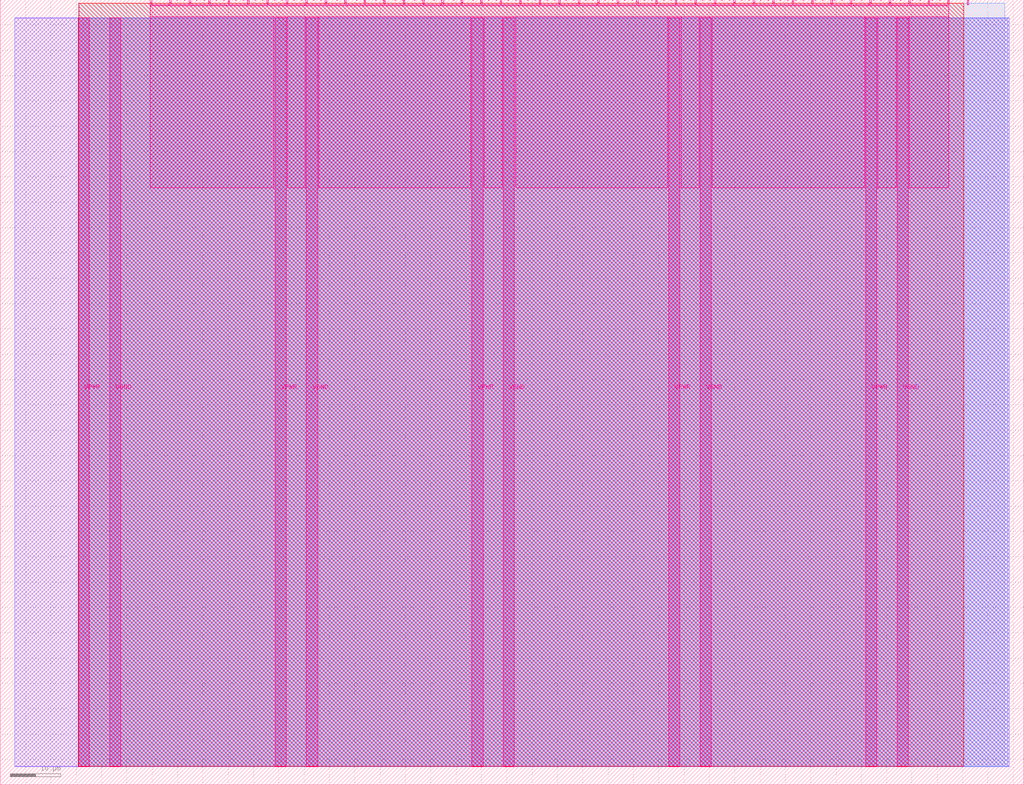
<source format=lef>
VERSION 5.7 ;
  NOWIREEXTENSIONATPIN ON ;
  DIVIDERCHAR "/" ;
  BUSBITCHARS "[]" ;
MACRO tt_um_lfsr_stevej
  CLASS BLOCK ;
  FOREIGN tt_um_lfsr_stevej ;
  ORIGIN 0.000 0.000 ;
  SIZE 202.080 BY 154.980 ;
  PIN VGND
    DIRECTION INOUT ;
    USE GROUND ;
    PORT
      LAYER Metal5 ;
        RECT 21.580 3.560 23.780 151.420 ;
    END
    PORT
      LAYER Metal5 ;
        RECT 60.450 3.560 62.650 151.420 ;
    END
    PORT
      LAYER Metal5 ;
        RECT 99.320 3.560 101.520 151.420 ;
    END
    PORT
      LAYER Metal5 ;
        RECT 138.190 3.560 140.390 151.420 ;
    END
    PORT
      LAYER Metal5 ;
        RECT 177.060 3.560 179.260 151.420 ;
    END
  END VGND
  PIN VPWR
    DIRECTION INOUT ;
    USE POWER ;
    PORT
      LAYER Metal5 ;
        RECT 15.380 3.560 17.580 151.420 ;
    END
    PORT
      LAYER Metal5 ;
        RECT 54.250 3.560 56.450 151.420 ;
    END
    PORT
      LAYER Metal5 ;
        RECT 93.120 3.560 95.320 151.420 ;
    END
    PORT
      LAYER Metal5 ;
        RECT 131.990 3.560 134.190 151.420 ;
    END
    PORT
      LAYER Metal5 ;
        RECT 170.860 3.560 173.060 151.420 ;
    END
  END VPWR
  PIN clk
    DIRECTION INPUT ;
    USE SIGNAL ;
    ANTENNAGATEAREA 0.213200 ;
    PORT
      LAYER Metal5 ;
        RECT 187.050 153.980 187.350 154.980 ;
    END
  END clk
  PIN ena
    DIRECTION INPUT ;
    USE SIGNAL ;
    PORT
      LAYER Metal5 ;
        RECT 190.890 153.980 191.190 154.980 ;
    END
  END ena
  PIN rst_n
    DIRECTION INPUT ;
    USE SIGNAL ;
    ANTENNAGATEAREA 0.180700 ;
    PORT
      LAYER Metal5 ;
        RECT 183.210 153.980 183.510 154.980 ;
    END
  END rst_n
  PIN ui_in[0]
    DIRECTION INPUT ;
    USE SIGNAL ;
    ANTENNAGATEAREA 0.180700 ;
    PORT
      LAYER Metal5 ;
        RECT 179.370 153.980 179.670 154.980 ;
    END
  END ui_in[0]
  PIN ui_in[1]
    DIRECTION INPUT ;
    USE SIGNAL ;
    ANTENNAGATEAREA 0.180700 ;
    PORT
      LAYER Metal5 ;
        RECT 175.530 153.980 175.830 154.980 ;
    END
  END ui_in[1]
  PIN ui_in[2]
    DIRECTION INPUT ;
    USE SIGNAL ;
    ANTENNAGATEAREA 0.180700 ;
    PORT
      LAYER Metal5 ;
        RECT 171.690 153.980 171.990 154.980 ;
    END
  END ui_in[2]
  PIN ui_in[3]
    DIRECTION INPUT ;
    USE SIGNAL ;
    ANTENNAGATEAREA 0.180700 ;
    PORT
      LAYER Metal5 ;
        RECT 167.850 153.980 168.150 154.980 ;
    END
  END ui_in[3]
  PIN ui_in[4]
    DIRECTION INPUT ;
    USE SIGNAL ;
    ANTENNAGATEAREA 0.180700 ;
    PORT
      LAYER Metal5 ;
        RECT 164.010 153.980 164.310 154.980 ;
    END
  END ui_in[4]
  PIN ui_in[5]
    DIRECTION INPUT ;
    USE SIGNAL ;
    ANTENNAGATEAREA 0.180700 ;
    PORT
      LAYER Metal5 ;
        RECT 160.170 153.980 160.470 154.980 ;
    END
  END ui_in[5]
  PIN ui_in[6]
    DIRECTION INPUT ;
    USE SIGNAL ;
    ANTENNAGATEAREA 0.180700 ;
    PORT
      LAYER Metal5 ;
        RECT 156.330 153.980 156.630 154.980 ;
    END
  END ui_in[6]
  PIN ui_in[7]
    DIRECTION INPUT ;
    USE SIGNAL ;
    ANTENNAGATEAREA 0.180700 ;
    PORT
      LAYER Metal5 ;
        RECT 152.490 153.980 152.790 154.980 ;
    END
  END ui_in[7]
  PIN uio_in[0]
    DIRECTION INPUT ;
    USE SIGNAL ;
    ANTENNAGATEAREA 0.180700 ;
    PORT
      LAYER Metal5 ;
        RECT 148.650 153.980 148.950 154.980 ;
    END
  END uio_in[0]
  PIN uio_in[1]
    DIRECTION INPUT ;
    USE SIGNAL ;
    PORT
      LAYER Metal5 ;
        RECT 144.810 153.980 145.110 154.980 ;
    END
  END uio_in[1]
  PIN uio_in[2]
    DIRECTION INPUT ;
    USE SIGNAL ;
    PORT
      LAYER Metal5 ;
        RECT 140.970 153.980 141.270 154.980 ;
    END
  END uio_in[2]
  PIN uio_in[3]
    DIRECTION INPUT ;
    USE SIGNAL ;
    PORT
      LAYER Metal5 ;
        RECT 137.130 153.980 137.430 154.980 ;
    END
  END uio_in[3]
  PIN uio_in[4]
    DIRECTION INPUT ;
    USE SIGNAL ;
    PORT
      LAYER Metal5 ;
        RECT 133.290 153.980 133.590 154.980 ;
    END
  END uio_in[4]
  PIN uio_in[5]
    DIRECTION INPUT ;
    USE SIGNAL ;
    PORT
      LAYER Metal5 ;
        RECT 129.450 153.980 129.750 154.980 ;
    END
  END uio_in[5]
  PIN uio_in[6]
    DIRECTION INPUT ;
    USE SIGNAL ;
    PORT
      LAYER Metal5 ;
        RECT 125.610 153.980 125.910 154.980 ;
    END
  END uio_in[6]
  PIN uio_in[7]
    DIRECTION INPUT ;
    USE SIGNAL ;
    PORT
      LAYER Metal5 ;
        RECT 121.770 153.980 122.070 154.980 ;
    END
  END uio_in[7]
  PIN uio_oe[0]
    DIRECTION OUTPUT ;
    USE SIGNAL ;
    ANTENNADIFFAREA 0.299200 ;
    PORT
      LAYER Metal5 ;
        RECT 56.490 153.980 56.790 154.980 ;
    END
  END uio_oe[0]
  PIN uio_oe[1]
    DIRECTION OUTPUT ;
    USE SIGNAL ;
    ANTENNADIFFAREA 0.299200 ;
    PORT
      LAYER Metal5 ;
        RECT 52.650 153.980 52.950 154.980 ;
    END
  END uio_oe[1]
  PIN uio_oe[2]
    DIRECTION OUTPUT ;
    USE SIGNAL ;
    ANTENNADIFFAREA 0.299200 ;
    PORT
      LAYER Metal5 ;
        RECT 48.810 153.980 49.110 154.980 ;
    END
  END uio_oe[2]
  PIN uio_oe[3]
    DIRECTION OUTPUT ;
    USE SIGNAL ;
    ANTENNADIFFAREA 0.299200 ;
    PORT
      LAYER Metal5 ;
        RECT 44.970 153.980 45.270 154.980 ;
    END
  END uio_oe[3]
  PIN uio_oe[4]
    DIRECTION OUTPUT ;
    USE SIGNAL ;
    ANTENNADIFFAREA 0.299200 ;
    PORT
      LAYER Metal5 ;
        RECT 41.130 153.980 41.430 154.980 ;
    END
  END uio_oe[4]
  PIN uio_oe[5]
    DIRECTION OUTPUT ;
    USE SIGNAL ;
    ANTENNADIFFAREA 0.299200 ;
    PORT
      LAYER Metal5 ;
        RECT 37.290 153.980 37.590 154.980 ;
    END
  END uio_oe[5]
  PIN uio_oe[6]
    DIRECTION OUTPUT ;
    USE SIGNAL ;
    ANTENNADIFFAREA 0.299200 ;
    PORT
      LAYER Metal5 ;
        RECT 33.450 153.980 33.750 154.980 ;
    END
  END uio_oe[6]
  PIN uio_oe[7]
    DIRECTION OUTPUT ;
    USE SIGNAL ;
    ANTENNADIFFAREA 0.299200 ;
    PORT
      LAYER Metal5 ;
        RECT 29.610 153.980 29.910 154.980 ;
    END
  END uio_oe[7]
  PIN uio_out[0]
    DIRECTION OUTPUT ;
    USE SIGNAL ;
    ANTENNADIFFAREA 0.299200 ;
    PORT
      LAYER Metal5 ;
        RECT 87.210 153.980 87.510 154.980 ;
    END
  END uio_out[0]
  PIN uio_out[1]
    DIRECTION OUTPUT ;
    USE SIGNAL ;
    ANTENNADIFFAREA 0.299200 ;
    PORT
      LAYER Metal5 ;
        RECT 83.370 153.980 83.670 154.980 ;
    END
  END uio_out[1]
  PIN uio_out[2]
    DIRECTION OUTPUT ;
    USE SIGNAL ;
    ANTENNADIFFAREA 0.299200 ;
    PORT
      LAYER Metal5 ;
        RECT 79.530 153.980 79.830 154.980 ;
    END
  END uio_out[2]
  PIN uio_out[3]
    DIRECTION OUTPUT ;
    USE SIGNAL ;
    ANTENNADIFFAREA 0.299200 ;
    PORT
      LAYER Metal5 ;
        RECT 75.690 153.980 75.990 154.980 ;
    END
  END uio_out[3]
  PIN uio_out[4]
    DIRECTION OUTPUT ;
    USE SIGNAL ;
    ANTENNADIFFAREA 0.299200 ;
    PORT
      LAYER Metal5 ;
        RECT 71.850 153.980 72.150 154.980 ;
    END
  END uio_out[4]
  PIN uio_out[5]
    DIRECTION OUTPUT ;
    USE SIGNAL ;
    ANTENNADIFFAREA 0.299200 ;
    PORT
      LAYER Metal5 ;
        RECT 68.010 153.980 68.310 154.980 ;
    END
  END uio_out[5]
  PIN uio_out[6]
    DIRECTION OUTPUT ;
    USE SIGNAL ;
    ANTENNADIFFAREA 0.299200 ;
    PORT
      LAYER Metal5 ;
        RECT 64.170 153.980 64.470 154.980 ;
    END
  END uio_out[6]
  PIN uio_out[7]
    DIRECTION OUTPUT ;
    USE SIGNAL ;
    ANTENNADIFFAREA 0.299200 ;
    PORT
      LAYER Metal5 ;
        RECT 60.330 153.980 60.630 154.980 ;
    END
  END uio_out[7]
  PIN uo_out[0]
    DIRECTION OUTPUT ;
    USE SIGNAL ;
    ANTENNAGATEAREA 0.109200 ;
    ANTENNADIFFAREA 0.632400 ;
    PORT
      LAYER Metal5 ;
        RECT 117.930 153.980 118.230 154.980 ;
    END
  END uo_out[0]
  PIN uo_out[1]
    DIRECTION OUTPUT ;
    USE SIGNAL ;
    ANTENNAGATEAREA 0.109200 ;
    ANTENNADIFFAREA 0.632400 ;
    PORT
      LAYER Metal5 ;
        RECT 114.090 153.980 114.390 154.980 ;
    END
  END uo_out[1]
  PIN uo_out[2]
    DIRECTION OUTPUT ;
    USE SIGNAL ;
    ANTENNAGATEAREA 1.326000 ;
    ANTENNADIFFAREA 4.663200 ;
    PORT
      LAYER Metal5 ;
        RECT 110.250 153.980 110.550 154.980 ;
    END
  END uo_out[2]
  PIN uo_out[3]
    DIRECTION OUTPUT ;
    USE SIGNAL ;
    ANTENNAGATEAREA 3.759600 ;
    ANTENNADIFFAREA 12.724800 ;
    PORT
      LAYER Metal5 ;
        RECT 106.410 153.980 106.710 154.980 ;
    END
  END uo_out[3]
  PIN uo_out[4]
    DIRECTION OUTPUT ;
    USE SIGNAL ;
    ANTENNAGATEAREA 0.109200 ;
    ANTENNADIFFAREA 0.632400 ;
    PORT
      LAYER Metal5 ;
        RECT 102.570 153.980 102.870 154.980 ;
    END
  END uo_out[4]
  PIN uo_out[5]
    DIRECTION OUTPUT ;
    USE SIGNAL ;
    ANTENNAGATEAREA 3.151200 ;
    ANTENNADIFFAREA 10.709400 ;
    PORT
      LAYER Metal5 ;
        RECT 98.730 153.980 99.030 154.980 ;
    END
  END uo_out[5]
  PIN uo_out[6]
    DIRECTION OUTPUT ;
    USE SIGNAL ;
    ANTENNAGATEAREA 0.543400 ;
    ANTENNADIFFAREA 0.632400 ;
    PORT
      LAYER Metal5 ;
        RECT 94.890 153.980 95.190 154.980 ;
    END
  END uo_out[6]
  PIN uo_out[7]
    DIRECTION OUTPUT ;
    USE SIGNAL ;
    ANTENNAGATEAREA 3.759600 ;
    ANTENNADIFFAREA 12.724800 ;
    PORT
      LAYER Metal5 ;
        RECT 91.050 153.980 91.350 154.980 ;
    END
  END uo_out[7]
  OBS
      LAYER GatPoly ;
        RECT 2.880 3.630 199.200 151.350 ;
      LAYER Metal1 ;
        RECT 2.880 3.560 199.200 151.420 ;
      LAYER Metal2 ;
        RECT 15.515 3.680 198.865 151.300 ;
      LAYER Metal3 ;
        RECT 15.560 3.635 198.340 154.285 ;
      LAYER Metal4 ;
        RECT 15.515 3.680 190.225 154.240 ;
      LAYER Metal5 ;
        RECT 30.120 153.770 33.240 153.980 ;
        RECT 33.960 153.770 37.080 153.980 ;
        RECT 37.800 153.770 40.920 153.980 ;
        RECT 41.640 153.770 44.760 153.980 ;
        RECT 45.480 153.770 48.600 153.980 ;
        RECT 49.320 153.770 52.440 153.980 ;
        RECT 53.160 153.770 56.280 153.980 ;
        RECT 57.000 153.770 60.120 153.980 ;
        RECT 60.840 153.770 63.960 153.980 ;
        RECT 64.680 153.770 67.800 153.980 ;
        RECT 68.520 153.770 71.640 153.980 ;
        RECT 72.360 153.770 75.480 153.980 ;
        RECT 76.200 153.770 79.320 153.980 ;
        RECT 80.040 153.770 83.160 153.980 ;
        RECT 83.880 153.770 87.000 153.980 ;
        RECT 87.720 153.770 90.840 153.980 ;
        RECT 91.560 153.770 94.680 153.980 ;
        RECT 95.400 153.770 98.520 153.980 ;
        RECT 99.240 153.770 102.360 153.980 ;
        RECT 103.080 153.770 106.200 153.980 ;
        RECT 106.920 153.770 110.040 153.980 ;
        RECT 110.760 153.770 113.880 153.980 ;
        RECT 114.600 153.770 117.720 153.980 ;
        RECT 118.440 153.770 121.560 153.980 ;
        RECT 122.280 153.770 125.400 153.980 ;
        RECT 126.120 153.770 129.240 153.980 ;
        RECT 129.960 153.770 133.080 153.980 ;
        RECT 133.800 153.770 136.920 153.980 ;
        RECT 137.640 153.770 140.760 153.980 ;
        RECT 141.480 153.770 144.600 153.980 ;
        RECT 145.320 153.770 148.440 153.980 ;
        RECT 149.160 153.770 152.280 153.980 ;
        RECT 153.000 153.770 156.120 153.980 ;
        RECT 156.840 153.770 159.960 153.980 ;
        RECT 160.680 153.770 163.800 153.980 ;
        RECT 164.520 153.770 167.640 153.980 ;
        RECT 168.360 153.770 171.480 153.980 ;
        RECT 172.200 153.770 175.320 153.980 ;
        RECT 176.040 153.770 179.160 153.980 ;
        RECT 179.880 153.770 183.000 153.980 ;
        RECT 183.720 153.770 186.840 153.980 ;
        RECT 29.660 151.630 187.300 153.770 ;
        RECT 29.660 117.875 54.040 151.630 ;
        RECT 56.660 117.875 60.240 151.630 ;
        RECT 62.860 117.875 92.910 151.630 ;
        RECT 95.530 117.875 99.110 151.630 ;
        RECT 101.730 117.875 131.780 151.630 ;
        RECT 134.400 117.875 137.980 151.630 ;
        RECT 140.600 117.875 170.650 151.630 ;
        RECT 173.270 117.875 176.850 151.630 ;
        RECT 179.470 117.875 187.300 151.630 ;
  END
END tt_um_lfsr_stevej
END LIBRARY


</source>
